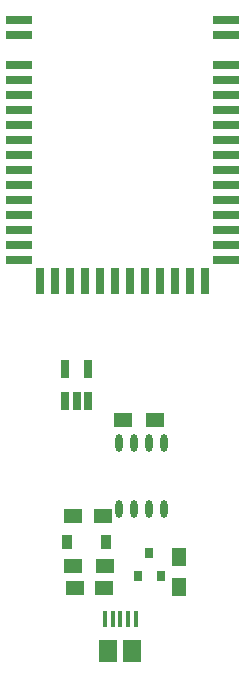
<source format=gbr>
G04 #@! TF.GenerationSoftware,KiCad,Pcbnew,(5.0.0)*
G04 #@! TF.CreationDate,2018-11-29T23:41:20-06:00*
G04 #@! TF.ProjectId,EByte_E73,45427974655F4537332E6B696361645F,rev?*
G04 #@! TF.SameCoordinates,Original*
G04 #@! TF.FileFunction,Paste,Top*
G04 #@! TF.FilePolarity,Positive*
%FSLAX46Y46*%
G04 Gerber Fmt 4.6, Leading zero omitted, Abs format (unit mm)*
G04 Created by KiCad (PCBNEW (5.0.0)) date 11/29/18 23:41:20*
%MOMM*%
%LPD*%
G01*
G04 APERTURE LIST*
%ADD10R,0.720000X2.200000*%
%ADD11R,2.200000X0.720000*%
%ADD12R,1.500000X1.900000*%
%ADD13R,0.400000X1.350000*%
%ADD14R,0.650000X1.560000*%
%ADD15R,0.800000X0.900000*%
%ADD16R,1.250000X1.500000*%
%ADD17R,1.500000X1.250000*%
%ADD18R,1.500000X1.300000*%
%ADD19O,0.609600X1.473200*%
%ADD20R,0.900000X1.200000*%
G04 APERTURE END LIST*
D10*
G04 #@! TO.C,U1*
X116332000Y-120904000D03*
X115062000Y-120904000D03*
X113792000Y-120904000D03*
X112522000Y-120904000D03*
X111252000Y-120904000D03*
X109982000Y-120904000D03*
X108712000Y-120904000D03*
X107442000Y-120904000D03*
X106172000Y-120904000D03*
X104902000Y-120904000D03*
X103632000Y-120904000D03*
X102362000Y-120904000D03*
D11*
X118110000Y-119126000D03*
X118110000Y-117856000D03*
X118110000Y-116586000D03*
X118110000Y-115316000D03*
X118110000Y-114046000D03*
X118110000Y-112776000D03*
X118110000Y-111506000D03*
X118110000Y-110236000D03*
X118110000Y-108966000D03*
X118110000Y-107696000D03*
X118110000Y-106426000D03*
X118110000Y-105156000D03*
X118110000Y-103886000D03*
X118110000Y-102616000D03*
X118110000Y-100076000D03*
X118110000Y-98806000D03*
X100584000Y-98806000D03*
X100584000Y-100076000D03*
X100584000Y-102616000D03*
X100584000Y-103886000D03*
X100584000Y-105156000D03*
X100584000Y-106426000D03*
X100584000Y-107696000D03*
X100584000Y-108966000D03*
X100584000Y-110236000D03*
X100584000Y-111506000D03*
X100584000Y-112776000D03*
X100584000Y-114046000D03*
X100584000Y-115316000D03*
X100584000Y-116586000D03*
X100584000Y-117856000D03*
X100584000Y-119126000D03*
G04 #@! TD*
D12*
G04 #@! TO.C,J1*
X110169200Y-152208980D03*
D13*
X108519200Y-149508980D03*
X107869200Y-149508980D03*
X110469200Y-149508980D03*
X109819200Y-149508980D03*
X109169200Y-149508980D03*
D12*
X108169200Y-152208980D03*
G04 #@! TD*
D14*
G04 #@! TO.C,U3*
X104521000Y-131064000D03*
X105471000Y-131064000D03*
X106421000Y-131064000D03*
X106421000Y-128364000D03*
X104521000Y-128364000D03*
G04 #@! TD*
D15*
G04 #@! TO.C,Q1*
X110683000Y-145907000D03*
X112583000Y-145907000D03*
X111633000Y-143907000D03*
G04 #@! TD*
D16*
G04 #@! TO.C,C5*
X114173000Y-144292000D03*
X114173000Y-146792000D03*
G04 #@! TD*
D17*
G04 #@! TO.C,C7*
X107676000Y-140843000D03*
X105176000Y-140843000D03*
G04 #@! TD*
D18*
G04 #@! TO.C,R2*
X107903000Y-145034000D03*
X105203000Y-145034000D03*
G04 #@! TD*
G04 #@! TO.C,R3*
X112094000Y-132715000D03*
X109394000Y-132715000D03*
G04 #@! TD*
D17*
G04 #@! TO.C,C8*
X107803000Y-146939000D03*
X105303000Y-146939000D03*
G04 #@! TD*
D19*
G04 #@! TO.C,U6*
X112903000Y-134620000D03*
X111633000Y-134620000D03*
X110363000Y-134620000D03*
X109093000Y-134620000D03*
X109093000Y-140208000D03*
X110363000Y-140208000D03*
X111633000Y-140208000D03*
X112903000Y-140208000D03*
G04 #@! TD*
D20*
G04 #@! TO.C,D1*
X107949000Y-143002000D03*
X104649000Y-143002000D03*
G04 #@! TD*
M02*

</source>
